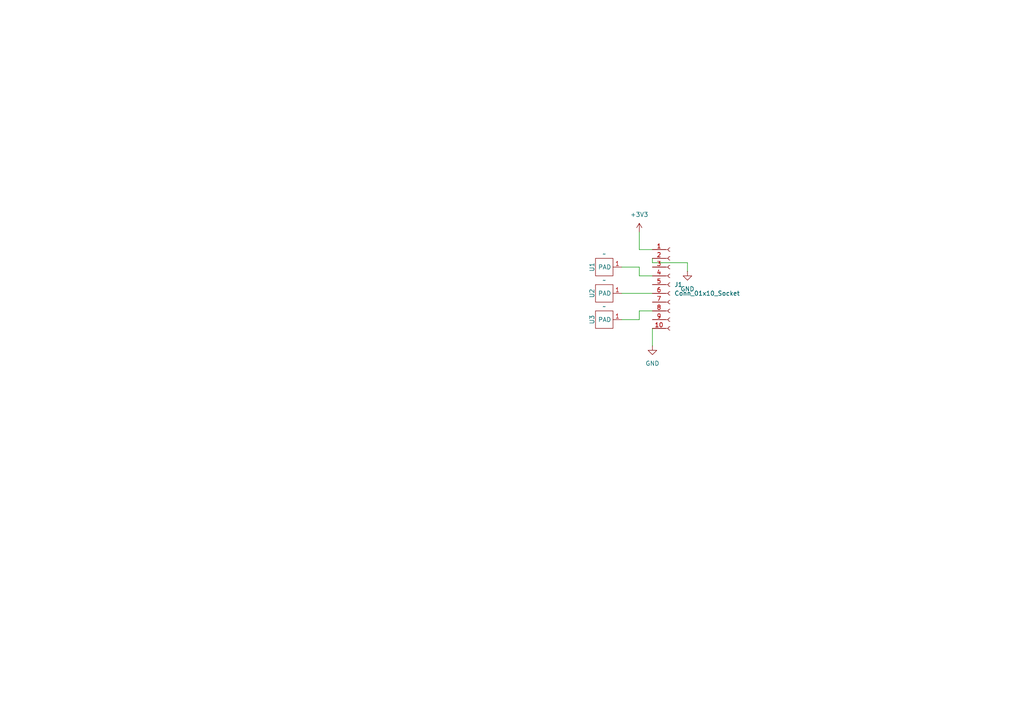
<source format=kicad_sch>
(kicad_sch (version 20231120) (generator "eeschema") (generator_version "8.0")
  (paper "A4")
  (lib_symbols
    (symbol "Connector:Conn_01x10_Socket" (pin_names (offset 1.016) hide)
      (property "Reference" "J" (at 0 12.7 0))
      (property "Value" "Conn_01x10_Socket" (at 0 -15.24 0))
      (symbol "Conn_01x10_Socket_1_1"
        (arc (start 0 -12.192) (mid -0.5058 -12.7) (end 0 -13.208) (stroke (width 0.1524)))
        (arc (start 0 -9.652) (mid -0.5058 -10.16) (end 0 -10.668) (stroke (width 0.1524)))
        (arc (start 0 -7.112) (mid -0.5058 -7.62) (end 0 -8.128) (stroke (width 0.1524)))
        (arc (start 0 -4.572) (mid -0.5058 -5.08) (end 0 -5.588) (stroke (width 0.1524)))
        (arc (start 0 -2.032) (mid -0.5058 -2.54) (end 0 -3.048) (stroke (width 0.1524)))
        (polyline (pts (xy -1.27 -12.7) (xy -0.508 -12.7)) (stroke (width 0.1524)))
        (polyline (pts (xy -1.27 -10.16) (xy -0.508 -10.16)) (stroke (width 0.1524)))
        (polyline (pts (xy -1.27 -7.62) (xy -0.508 -7.62)) (stroke (width 0.1524)))
        (polyline (pts (xy -1.27 -5.08) (xy -0.508 -5.08)) (stroke (width 0.1524)))
        (polyline (pts (xy -1.27 -2.54) (xy -0.508 -2.54)) (stroke (width 0.1524)))
        (polyline (pts (xy -1.27 0) (xy -0.508 0)) (stroke (width 0.1524)))
        (polyline (pts (xy -1.27 2.54) (xy -0.508 2.54)) (stroke (width 0.1524)))
        (polyline (pts (xy -1.27 5.08) (xy -0.508 5.08)) (stroke (width 0.1524)))
        (polyline (pts (xy -1.27 7.62) (xy -0.508 7.62)) (stroke (width 0.1524)))
        (polyline (pts (xy -1.27 10.16) (xy -0.508 10.16)) (stroke (width 0.1524)))
        (arc (start 0 0.508) (mid -0.5058 0) (end 0 -0.508) (stroke (width 0.1524)))
        (arc (start 0 3.048) (mid -0.5058 2.54) (end 0 2.032) (stroke (width 0.1524)))
        (arc (start 0 5.588) (mid -0.5058 5.08) (end 0 4.572) (stroke (width 0.1524)))
        (arc (start 0 8.128) (mid -0.5058 7.62) (end 0 7.112) (stroke (width 0.1524)))
        (arc (start 0 10.668) (mid -0.5058 10.16) (end 0 9.652) (stroke (width 0.1524)))
        (pin passive line (at -5.08 10.16 0) (length 3.81) (name "Pin_1") (number "1"))
        (pin passive line (at -5.08 -12.7 0) (length 3.81) (name "Pin_10") (number "10"))
        (pin passive line (at -5.08 7.62 0) (length 3.81) (name "Pin_2") (number "2"))
        (pin passive line (at -5.08 5.08 0) (length 3.81) (name "Pin_3") (number "3"))
        (pin passive line (at -5.08 2.54 0) (length 3.81) (name "Pin_4") (number "4"))
        (pin passive line (at -5.08 0 0) (length 3.81) (name "Pin_5") (number "5"))
        (pin passive line (at -5.08 -2.54 0) (length 3.81) (name "Pin_6") (number "6"))
        (pin passive line (at -5.08 -5.08 0) (length 3.81) (name "Pin_7") (number "7"))
        (pin passive line (at -5.08 -7.62 0) (length 3.81) (name "Pin_8") (number "8"))
        (pin passive line (at -5.08 -10.16 0) (length 3.81) (name "Pin_9") (number "9"))
      )
    )
    (symbol "cap_pads:capacitive_pad"
      (property "Reference" "U" (at 0 0 0))
      (symbol "capacitive_pad_0_1"
        (rectangle (start -2.54 -1.27) (end 2.54 -6.35))
      )
      (symbol "capacitive_pad_1_1"
        (pin output line (at 5.08 -3.81 180) (length 2.54) (name "PAD") (number "1"))
      )
    )
    (symbol "power:+3V3" (power) (pin_numbers hide) (pin_names (offset 0) hide)
      (property "Value" "+3V3" (at 0 3.556 0))
      (symbol "+3V3_0_1"
        (polyline (pts (xy -0.762 1.27) (xy 0 2.54)))
        (polyline (pts (xy 0 0) (xy 0 2.54)))
        (polyline (pts (xy 0 2.54) (xy 0.762 1.27)))
      )
      (symbol "+3V3_1_1"
        (pin power_in line (at 0 0 90) (length 0) (name "~") (number "1"))
      )
    )
    (symbol "power:GND" (power) (pin_numbers hide) (pin_names (offset 0) hide)
      (property "Value" "GND" (at 0 -3.81 0))
      (symbol "GND_0_1"
        (polyline (pts (xy 0 0) (xy 0 -1.27) (xy 1.27 -1.27) (xy 0 -2.54) (xy -1.27 -1.27) (xy 0 -1.27)))
      )
      (symbol "GND_1_1"
        (pin power_in line (at 0 0 270) (length 0) (name "~") (number "1"))
      )
    )
  )
  (wire (pts (xy 189.23 74.93) (xy 189.23 76.2)))
  (wire (pts (xy 189.23 76.2) (xy 199.39 76.2)))
  (wire (pts (xy 185.42 90.17) (xy 189.23 90.17)))
  (wire (pts (xy 180.34 92.71) (xy 185.42 92.71)))
  (wire (pts (xy 185.42 80.01) (xy 189.23 80.01)))
  (wire (pts (xy 189.23 95.25) (xy 189.23 100.33)))
  (wire (pts (xy 180.34 77.47) (xy 185.42 77.47)))
  (wire (pts (xy 185.42 92.71) (xy 185.42 90.17)))
  (wire (pts (xy 185.42 67.31) (xy 185.42 72.39)))
  (wire (pts (xy 185.42 77.47) (xy 185.42 80.01)))
  (wire (pts (xy 199.39 76.2) (xy 199.39 78.74)))
  (wire (pts (xy 189.23 72.39) (xy 185.42 72.39)))
  (wire (pts (xy 180.34 85.09) (xy 189.23 85.09)))
  (symbol (lib_id "power:+3V3") (at 185.42 67.31 0) (unit 1)
    (property "Reference" "#PWR01" (effects (hide yes)))
    (property "Value" "+3V3" (at 185.42 62.23 0))
    (property "Description" "Power symbol creates a global label with name \"+3V3\"" (effects (hide yes)))
  )
  (symbol (lib_id "cap_pads:capacitive_pad") (at 175.26 81.28 0) (unit 1)
    (property "Reference" "U2" (at 171.704 85.09 90))
    (property "Value" "~" (at 175.26 81.28 0))
    (property "Footprint" "cap_pads:square_20x20mm" (effects (hide yes)))
  )
  (symbol (lib_id "Connector:Conn_01x10_Socket") (at 194.31 82.55 0) (unit 1)
    (property "Reference" "J1" (at 195.58 82.5499 0) (effects (justify left)))
    (property "Value" "Conn_01x10_Socket" (at 195.58 85.0899 0) (effects (justify left)))
    (property "Footprint" "Connector_PinHeader_2.54mm:PinHeader_1x10_P2.54mm_Vertical_SMD_Pin1Left" (effects (hide yes)))
    (property "Description" "Generic connector, single row, 01x10, script generated" (effects (hide yes)))
  )
  (symbol (lib_id "power:GND") (at 189.23 100.33 0) (unit 1)
    (property "Reference" "#PWR03" (effects (hide yes)))
    (property "Value" "GND" (at 189.23 105.41 0))
    (property "Description" "Power symbol creates a global label with name \"GND\" , ground" (effects (hide yes)))
  )
  (symbol (lib_id "cap_pads:capacitive_pad") (at 175.26 88.9 0) (unit 1)
    (property "Reference" "U3" (at 171.704 92.71 90))
    (property "Value" "~" (at 175.26 88.9 0))
    (property "Footprint" "cap_pads:square_20x20mm" (effects (hide yes)))
  )
  (symbol (lib_id "cap_pads:capacitive_pad") (at 175.26 73.66 0) (unit 1)
    (property "Reference" "U1" (at 171.704 77.47 90))
    (property "Value" "~" (at 175.26 73.66 0))
    (property "Footprint" "cap_pads:square_20x20mm" (effects (hide yes)))
  )
  (symbol (lib_id "power:GND") (at 199.39 78.74 0) (unit 1)
    (property "Reference" "#PWR02" (effects (hide yes)))
    (property "Value" "GND" (at 199.39 83.82 0))
    (property "Description" "Power symbol creates a global label with name \"GND\" , ground" (effects (hide yes)))
  )
)
</source>
